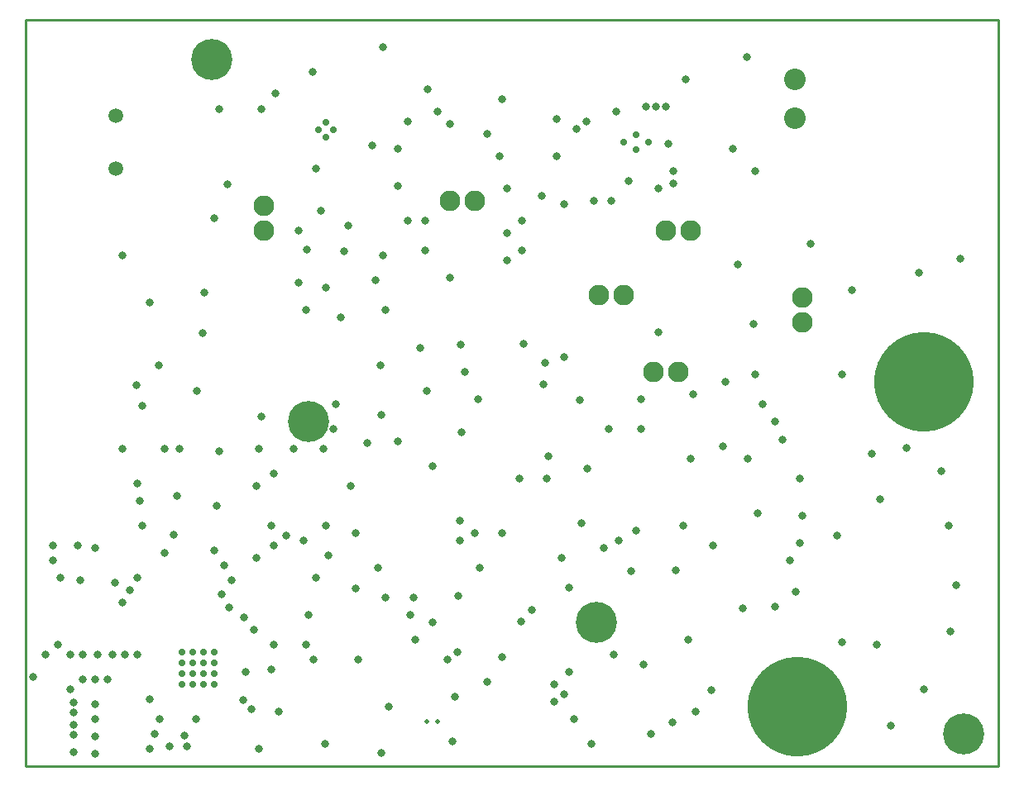
<source format=gbs>
G04*
G04 #@! TF.GenerationSoftware,Altium Limited,Altium Designer,20.1.11 (218)*
G04*
G04 Layer_Color=16711935*
%FSLAX25Y25*%
%MOIN*%
G70*
G04*
G04 #@! TF.SameCoordinates,CECB5A23-850B-4153-B343-40316EC9BAD4*
G04*
G04*
G04 #@! TF.FilePolarity,Negative*
G04*
G01*
G75*
%ADD10C,0.01000*%
%ADD98C,0.05918*%
%ADD99C,0.08674*%
%ADD100C,0.16548*%
%ADD101C,0.08300*%
%ADD102C,0.40170*%
%ADD103C,0.03300*%
%ADD104C,0.02769*%
%ADD105C,0.01968*%
D10*
X392000D01*
Y301000D01*
X0D02*
X392000D01*
X0Y0D02*
Y301000D01*
D98*
X36441Y262445D02*
D03*
Y240791D02*
D03*
D99*
X310000Y261252D02*
D03*
Y277000D02*
D03*
D100*
X75000Y285000D02*
D03*
X378000Y13000D02*
D03*
X114000Y139000D02*
D03*
X230000Y58000D02*
D03*
D101*
X258000Y216000D02*
D03*
X268000D02*
D03*
X253000Y159000D02*
D03*
X263000D02*
D03*
X96000Y216000D02*
D03*
Y226000D02*
D03*
X313000Y179000D02*
D03*
Y189000D02*
D03*
X241000Y190000D02*
D03*
X231000D02*
D03*
X181000Y228000D02*
D03*
X171000D02*
D03*
D102*
X362000Y155000D02*
D03*
X311000Y24000D02*
D03*
D103*
X259000Y251000D02*
D03*
X45000Y45000D02*
D03*
X40000D02*
D03*
X35000D02*
D03*
X29000D02*
D03*
X23000D02*
D03*
X18000D02*
D03*
X8000D02*
D03*
X3000Y36000D02*
D03*
X19195Y5500D02*
D03*
Y12500D02*
D03*
Y16500D02*
D03*
Y21500D02*
D03*
Y25500D02*
D03*
X28000Y25000D02*
D03*
X199000Y116000D02*
D03*
X181000Y94000D02*
D03*
X266000Y277000D02*
D03*
X294000Y240000D02*
D03*
X285000Y249000D02*
D03*
X222000Y257000D02*
D03*
X214000Y261000D02*
D03*
X226000Y260000D02*
D03*
X261000Y235000D02*
D03*
X191000Y245850D02*
D03*
X258000Y266000D02*
D03*
X254000D02*
D03*
X250000D02*
D03*
X255000Y233000D02*
D03*
X261000Y240000D02*
D03*
X229000Y228000D02*
D03*
X242937Y236000D02*
D03*
X236000Y228000D02*
D03*
X238000Y264000D02*
D03*
X68827Y18850D02*
D03*
X175000Y91000D02*
D03*
X186000Y34000D02*
D03*
X116000Y43000D02*
D03*
X290814Y285924D02*
D03*
X355026Y128148D02*
D03*
X369000Y119000D02*
D03*
X372000Y97000D02*
D03*
X375000Y73000D02*
D03*
X348550Y16213D02*
D03*
X362000Y31000D02*
D03*
X372603Y54141D02*
D03*
X343000Y49000D02*
D03*
X329000Y50000D02*
D03*
Y158000D02*
D03*
X340841Y125989D02*
D03*
X344233Y107488D02*
D03*
X327000Y93000D02*
D03*
X376611Y204622D02*
D03*
X360000Y199000D02*
D03*
X333000Y192000D02*
D03*
X316481Y210481D02*
D03*
X286878Y202155D02*
D03*
X293354Y178411D02*
D03*
X214000Y246000D02*
D03*
X216880Y226516D02*
D03*
X208000Y230000D02*
D03*
X166000Y264000D02*
D03*
X162000Y273000D02*
D03*
X139601Y250149D02*
D03*
X115672Y280104D02*
D03*
X100695Y271324D02*
D03*
X95000Y265000D02*
D03*
X78000D02*
D03*
X81413Y234483D02*
D03*
X76000Y221000D02*
D03*
X39000Y206000D02*
D03*
X95000Y141000D02*
D03*
X71428Y174746D02*
D03*
X72000Y191000D02*
D03*
X50000Y187000D02*
D03*
X69018Y151161D02*
D03*
X53524Y161490D02*
D03*
X44572Y153743D02*
D03*
X47155Y145135D02*
D03*
X39000Y128000D02*
D03*
X45000Y114000D02*
D03*
X59722Y93145D02*
D03*
X61000Y109000D02*
D03*
X78000Y127000D02*
D03*
X108000Y128000D02*
D03*
X94000D02*
D03*
X120000D02*
D03*
X124000Y136000D02*
D03*
X125000Y146000D02*
D03*
X113000Y184000D02*
D03*
X110000Y195000D02*
D03*
X121000Y193000D02*
D03*
X113434Y208144D02*
D03*
X128239Y207455D02*
D03*
X144000Y206000D02*
D03*
X141000Y196000D02*
D03*
X145000Y184000D02*
D03*
X127000Y181000D02*
D03*
X143044Y161490D02*
D03*
X143389Y141520D02*
D03*
X137536Y130158D02*
D03*
X150000Y131000D02*
D03*
X158883Y168548D02*
D03*
X161809Y151333D02*
D03*
X175582Y134462D02*
D03*
X182296Y147890D02*
D03*
X175237Y169925D02*
D03*
X200716Y170270D02*
D03*
X209324Y162695D02*
D03*
X208807Y154087D02*
D03*
X223268Y147546D02*
D03*
X235000Y136000D02*
D03*
X210529Y124993D02*
D03*
X226195Y119829D02*
D03*
X247886Y136011D02*
D03*
Y147890D02*
D03*
X268000Y124000D02*
D03*
X269000Y150000D02*
D03*
X281000Y129000D02*
D03*
X282000Y155000D02*
D03*
X294000Y158000D02*
D03*
X297000Y146000D02*
D03*
X302000Y139000D02*
D03*
X305041Y131535D02*
D03*
X312000Y116000D02*
D03*
X313000Y101000D02*
D03*
X312000Y90000D02*
D03*
X308000Y83000D02*
D03*
X310378Y70420D02*
D03*
X301942Y64223D02*
D03*
X288859Y63706D02*
D03*
X262000Y79000D02*
D03*
X267000Y51000D02*
D03*
X276464Y30481D02*
D03*
X260798Y17569D02*
D03*
X252000Y13000D02*
D03*
X228000Y9000D02*
D03*
X221000Y19000D02*
D03*
X217000Y29000D02*
D03*
X219000Y38000D02*
D03*
X237000Y45000D02*
D03*
X243994Y78497D02*
D03*
X239000Y91000D02*
D03*
X224000Y98000D02*
D03*
X219000Y72000D02*
D03*
X175000Y99000D02*
D03*
X164000Y121000D02*
D03*
X28000Y5000D02*
D03*
Y12000D02*
D03*
Y19000D02*
D03*
X23000Y35000D02*
D03*
X33000D02*
D03*
X18000Y31000D02*
D03*
X28000Y35000D02*
D03*
X13000Y49000D02*
D03*
X14129Y76012D02*
D03*
X22000Y75000D02*
D03*
X36000Y74000D02*
D03*
X56000Y86000D02*
D03*
X99000Y97000D02*
D03*
X87655Y26449D02*
D03*
X88744Y37887D02*
D03*
X99000Y39000D02*
D03*
X100000Y49000D02*
D03*
X92000Y55000D02*
D03*
X112000Y91000D02*
D03*
X122000Y85000D02*
D03*
X132860Y71473D02*
D03*
X174252Y68568D02*
D03*
X156279Y68024D02*
D03*
X145000Y68000D02*
D03*
X157006Y50958D02*
D03*
X146476Y23908D02*
D03*
X143208Y5390D02*
D03*
X120696Y8839D02*
D03*
X94000Y7000D02*
D03*
X171000Y197000D02*
D03*
X217000Y165000D02*
D03*
X91000Y23000D02*
D03*
X192000Y269000D02*
D03*
X171000Y259000D02*
D03*
X194000Y233000D02*
D03*
X204000Y63000D02*
D03*
X144000Y290000D02*
D03*
X291000Y124000D02*
D03*
X93000Y84000D02*
D03*
X142000Y80000D02*
D03*
X133000Y94000D02*
D03*
X121000Y97000D02*
D03*
X100000Y118000D02*
D03*
X114000Y61000D02*
D03*
X117000Y76000D02*
D03*
X194000Y204000D02*
D03*
X200000Y208000D02*
D03*
X194000Y215000D02*
D03*
X200000Y220000D02*
D03*
X161000D02*
D03*
X154000D02*
D03*
X150000Y234000D02*
D03*
X172000Y10000D02*
D03*
X150000Y249000D02*
D03*
X154000Y260000D02*
D03*
X186000Y255000D02*
D03*
X155000Y61000D02*
D03*
X164000Y58040D02*
D03*
X213000Y33000D02*
D03*
Y26000D02*
D03*
X249000Y41000D02*
D03*
X105000Y93000D02*
D03*
X100000Y89000D02*
D03*
X270000Y22000D02*
D03*
X265032Y97031D02*
D03*
X134000Y43000D02*
D03*
X113000Y49000D02*
D03*
X173000Y28000D02*
D03*
X170000Y43000D02*
D03*
X174000Y46000D02*
D03*
X199608Y58392D02*
D03*
X192000Y44000D02*
D03*
X183000Y80000D02*
D03*
X233000Y88000D02*
D03*
X216000Y84000D02*
D03*
X80000Y81000D02*
D03*
X83000Y75000D02*
D03*
X76000Y87000D02*
D03*
X255000Y175000D02*
D03*
X130000Y218000D02*
D03*
X110000Y216000D02*
D03*
X119000Y224000D02*
D03*
X161000Y208000D02*
D03*
X131000Y113000D02*
D03*
X93000D02*
D03*
X177000Y159000D02*
D03*
X102000Y22000D02*
D03*
X65000Y8000D02*
D03*
X50000Y7000D02*
D03*
X58000Y8000D02*
D03*
X64000Y12250D02*
D03*
X246000Y95000D02*
D03*
X77000Y105000D02*
D03*
X192000Y94000D02*
D03*
X210000Y116000D02*
D03*
X277000Y89000D02*
D03*
X295000Y102000D02*
D03*
X117000Y241000D02*
D03*
X88000Y60000D02*
D03*
X79000Y69250D02*
D03*
X82000Y64000D02*
D03*
X62000Y128000D02*
D03*
X56000D02*
D03*
X47150Y97000D02*
D03*
X46000Y107000D02*
D03*
X11000Y83000D02*
D03*
X28000Y88000D02*
D03*
X42000Y71000D02*
D03*
X39000Y66000D02*
D03*
X45000Y76000D02*
D03*
X11000Y89000D02*
D03*
X21000D02*
D03*
X52000Y13000D02*
D03*
X54000Y19000D02*
D03*
X50000Y27000D02*
D03*
D104*
X118019Y256721D02*
D03*
X123925D02*
D03*
X120972Y259674D02*
D03*
Y253768D02*
D03*
X63118Y46008D02*
D03*
X67449D02*
D03*
X71780D02*
D03*
X76110D02*
D03*
X63118Y41677D02*
D03*
X67449D02*
D03*
X71780D02*
D03*
X76110D02*
D03*
X63118Y37347D02*
D03*
X67449D02*
D03*
X71780D02*
D03*
X76110D02*
D03*
X63118Y33016D02*
D03*
X67449D02*
D03*
X71780D02*
D03*
X76110D02*
D03*
X245890Y248453D02*
D03*
X240870Y251504D02*
D03*
X245890Y254555D02*
D03*
X250909Y251504D02*
D03*
D105*
X161835Y18000D02*
D03*
X166165D02*
D03*
M02*

</source>
